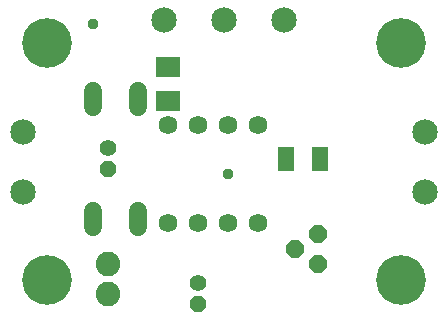
<source format=gbr>
G04 EAGLE Gerber RS-274X export*
G75*
%MOMM*%
%FSLAX34Y34*%
%LPD*%
%INSoldermask Bottom*%
%IPPOS*%
%AMOC8*
5,1,8,0,0,1.08239X$1,22.5*%
G01*
%ADD10C,4.203200*%
%ADD11P,1.539592X8X292.500000*%
%ADD12C,1.422400*%
%ADD13R,1.367800X2.018500*%
%ADD14C,1.524000*%
%ADD15C,2.082800*%
%ADD16C,1.589200*%
%ADD17C,2.153200*%
%ADD18P,1.649562X8X112.500000*%
%ADD19R,2.006200X1.803200*%
%ADD20C,0.959600*%


D10*
X350000Y50000D03*
X350000Y250000D03*
X50000Y250000D03*
X50000Y50000D03*
D11*
X177800Y29210D03*
D12*
X177800Y46990D03*
D13*
X251946Y152400D03*
X281454Y152400D03*
D11*
X101600Y143510D03*
D12*
X101600Y161290D03*
D14*
X88900Y108204D02*
X88900Y94996D01*
X88900Y196596D02*
X88900Y209804D01*
X127000Y209804D02*
X127000Y196596D01*
X127000Y108204D02*
X127000Y94996D01*
D15*
X101600Y63500D03*
X101600Y38100D03*
D16*
X152400Y98400D03*
X177800Y98400D03*
X203200Y98400D03*
X228600Y98400D03*
X228600Y181000D03*
X203200Y181000D03*
X177800Y181000D03*
X152400Y181000D03*
D17*
X30000Y124600D03*
X30000Y175400D03*
X370000Y124600D03*
X370000Y175400D03*
X149200Y270000D03*
X200000Y270000D03*
X250800Y270000D03*
D18*
X279400Y88900D03*
X260350Y76200D03*
X279400Y63500D03*
D19*
X152400Y201680D03*
X152400Y230120D03*
D20*
X88900Y266700D03*
X203200Y139700D03*
M02*

</source>
